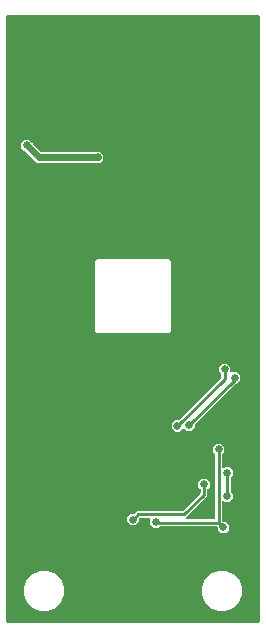
<source format=gbr>
G04 EAGLE Gerber RS-274X export*
G75*
%MOMM*%
%FSLAX34Y34*%
%LPD*%
%INBottom Copper*%
%IPPOS*%
%AMOC8*
5,1,8,0,0,1.08239X$1,22.5*%
G01*
%ADD10C,0.650000*%
%ADD11C,0.609600*%
%ADD12C,0.254000*%

G36*
X106086Y-277222D02*
X106086Y-277222D01*
X106205Y-277215D01*
X106243Y-277202D01*
X106284Y-277197D01*
X106394Y-277154D01*
X106507Y-277117D01*
X106542Y-277095D01*
X106579Y-277080D01*
X106675Y-277011D01*
X106776Y-276947D01*
X106804Y-276917D01*
X106837Y-276894D01*
X106913Y-276802D01*
X106994Y-276715D01*
X107014Y-276680D01*
X107039Y-276649D01*
X107090Y-276541D01*
X107148Y-276437D01*
X107158Y-276397D01*
X107175Y-276361D01*
X107197Y-276244D01*
X107227Y-276129D01*
X107231Y-276069D01*
X107235Y-276049D01*
X107233Y-276028D01*
X107237Y-275968D01*
X107237Y235968D01*
X107222Y236086D01*
X107215Y236205D01*
X107202Y236243D01*
X107197Y236284D01*
X107154Y236394D01*
X107117Y236507D01*
X107095Y236542D01*
X107080Y236579D01*
X107011Y236675D01*
X106947Y236776D01*
X106917Y236804D01*
X106894Y236837D01*
X106802Y236913D01*
X106715Y236994D01*
X106680Y237014D01*
X106649Y237039D01*
X106541Y237090D01*
X106437Y237148D01*
X106397Y237158D01*
X106361Y237175D01*
X106244Y237197D01*
X106129Y237227D01*
X106069Y237231D01*
X106049Y237235D01*
X106028Y237233D01*
X105968Y237237D01*
X-105968Y237237D01*
X-106086Y237222D01*
X-106205Y237215D01*
X-106243Y237202D01*
X-106284Y237197D01*
X-106394Y237154D01*
X-106507Y237117D01*
X-106542Y237095D01*
X-106579Y237080D01*
X-106675Y237011D01*
X-106776Y236947D01*
X-106804Y236917D01*
X-106837Y236894D01*
X-106913Y236802D01*
X-106994Y236715D01*
X-107014Y236680D01*
X-107039Y236649D01*
X-107090Y236541D01*
X-107148Y236437D01*
X-107158Y236397D01*
X-107175Y236361D01*
X-107197Y236244D01*
X-107227Y236129D01*
X-107231Y236069D01*
X-107235Y236049D01*
X-107233Y236028D01*
X-107237Y235968D01*
X-107237Y-275968D01*
X-107222Y-276086D01*
X-107215Y-276205D01*
X-107202Y-276243D01*
X-107197Y-276284D01*
X-107154Y-276394D01*
X-107117Y-276507D01*
X-107095Y-276542D01*
X-107080Y-276579D01*
X-107011Y-276675D01*
X-106947Y-276776D01*
X-106917Y-276804D01*
X-106894Y-276837D01*
X-106802Y-276913D01*
X-106715Y-276994D01*
X-106680Y-277014D01*
X-106649Y-277039D01*
X-106541Y-277090D01*
X-106437Y-277148D01*
X-106397Y-277158D01*
X-106361Y-277175D01*
X-106244Y-277197D01*
X-106129Y-277227D01*
X-106069Y-277231D01*
X-106049Y-277235D01*
X-106028Y-277233D01*
X-105968Y-277237D01*
X105968Y-277237D01*
X106086Y-277222D01*
G37*
%LPC*%
G36*
X-30302Y-31846D02*
X-30302Y-31846D01*
X-31846Y-30302D01*
X-31846Y29032D01*
X-30302Y30576D01*
X30302Y30576D01*
X31846Y29032D01*
X31846Y-30302D01*
X30302Y-31846D01*
X-30302Y-31846D01*
G37*
%LPD*%
%LPC*%
G36*
X74522Y-201275D02*
X74522Y-201275D01*
X71725Y-198478D01*
X71725Y-196564D01*
X71710Y-196446D01*
X71703Y-196327D01*
X71690Y-196289D01*
X71685Y-196248D01*
X71642Y-196138D01*
X71605Y-196025D01*
X71583Y-195990D01*
X71568Y-195953D01*
X71499Y-195857D01*
X71435Y-195756D01*
X71405Y-195728D01*
X71382Y-195695D01*
X71290Y-195619D01*
X71203Y-195538D01*
X71168Y-195518D01*
X71137Y-195493D01*
X71029Y-195442D01*
X70925Y-195384D01*
X70885Y-195374D01*
X70849Y-195357D01*
X70732Y-195335D01*
X70617Y-195305D01*
X70557Y-195301D01*
X70537Y-195297D01*
X70516Y-195299D01*
X70456Y-195295D01*
X23484Y-195295D01*
X23385Y-195307D01*
X23286Y-195310D01*
X23228Y-195327D01*
X23168Y-195335D01*
X23076Y-195371D01*
X22981Y-195399D01*
X22929Y-195429D01*
X22872Y-195452D01*
X22792Y-195510D01*
X22707Y-195560D01*
X22631Y-195626D01*
X22615Y-195638D01*
X22607Y-195648D01*
X22586Y-195666D01*
X21478Y-196775D01*
X17522Y-196775D01*
X14725Y-193978D01*
X14725Y-189544D01*
X14710Y-189426D01*
X14703Y-189307D01*
X14690Y-189269D01*
X14685Y-189228D01*
X14642Y-189118D01*
X14605Y-189005D01*
X14583Y-188970D01*
X14568Y-188933D01*
X14499Y-188837D01*
X14435Y-188736D01*
X14405Y-188708D01*
X14382Y-188675D01*
X14290Y-188599D01*
X14203Y-188518D01*
X14168Y-188498D01*
X14137Y-188473D01*
X14029Y-188422D01*
X13925Y-188364D01*
X13885Y-188354D01*
X13849Y-188337D01*
X13732Y-188315D01*
X13617Y-188285D01*
X13557Y-188281D01*
X13537Y-188277D01*
X13516Y-188279D01*
X13456Y-188275D01*
X6203Y-188275D01*
X6105Y-188287D01*
X6006Y-188290D01*
X5948Y-188307D01*
X5888Y-188315D01*
X5796Y-188351D01*
X5701Y-188379D01*
X5648Y-188409D01*
X5592Y-188432D01*
X5512Y-188490D01*
X5427Y-188540D01*
X5351Y-188606D01*
X5335Y-188618D01*
X5327Y-188628D01*
X5306Y-188646D01*
X5146Y-188806D01*
X5086Y-188884D01*
X5018Y-188956D01*
X4989Y-189009D01*
X4952Y-189057D01*
X4912Y-189148D01*
X4864Y-189235D01*
X4849Y-189293D01*
X4825Y-189349D01*
X4810Y-189447D01*
X4785Y-189543D01*
X4779Y-189643D01*
X4775Y-189663D01*
X4777Y-189675D01*
X4775Y-189703D01*
X4775Y-191978D01*
X1978Y-194775D01*
X-1978Y-194775D01*
X-4775Y-191978D01*
X-4775Y-188022D01*
X-1978Y-185225D01*
X297Y-185225D01*
X395Y-185213D01*
X494Y-185210D01*
X552Y-185193D01*
X612Y-185185D01*
X704Y-185149D01*
X799Y-185121D01*
X852Y-185091D01*
X908Y-185068D01*
X988Y-185010D01*
X1073Y-184960D01*
X1149Y-184894D01*
X1165Y-184882D01*
X1173Y-184872D01*
X1194Y-184854D01*
X3362Y-182685D01*
X41837Y-182685D01*
X41935Y-182673D01*
X42034Y-182670D01*
X42092Y-182653D01*
X42152Y-182645D01*
X42244Y-182609D01*
X42339Y-182581D01*
X42392Y-182551D01*
X42448Y-182528D01*
X42528Y-182470D01*
X42613Y-182420D01*
X42689Y-182354D01*
X42705Y-182342D01*
X42713Y-182332D01*
X42734Y-182314D01*
X56834Y-168214D01*
X56894Y-168136D01*
X56962Y-168064D01*
X56991Y-168011D01*
X57028Y-167963D01*
X57068Y-167872D01*
X57116Y-167785D01*
X57131Y-167727D01*
X57155Y-167671D01*
X57170Y-167573D01*
X57195Y-167477D01*
X57201Y-167377D01*
X57205Y-167357D01*
X57203Y-167345D01*
X57205Y-167317D01*
X57205Y-164484D01*
X57193Y-164385D01*
X57190Y-164286D01*
X57173Y-164228D01*
X57165Y-164168D01*
X57129Y-164076D01*
X57101Y-163981D01*
X57071Y-163929D01*
X57048Y-163872D01*
X56990Y-163792D01*
X56940Y-163707D01*
X56874Y-163631D01*
X56862Y-163615D01*
X56852Y-163607D01*
X56834Y-163586D01*
X55225Y-161978D01*
X55225Y-158022D01*
X58022Y-155225D01*
X61978Y-155225D01*
X64775Y-158022D01*
X64775Y-161978D01*
X63166Y-163586D01*
X63106Y-163664D01*
X63038Y-163736D01*
X63009Y-163789D01*
X62972Y-163837D01*
X62932Y-163928D01*
X62884Y-164015D01*
X62869Y-164073D01*
X62845Y-164129D01*
X62830Y-164227D01*
X62805Y-164323D01*
X62799Y-164423D01*
X62795Y-164443D01*
X62797Y-164456D01*
X62795Y-164484D01*
X62795Y-170158D01*
X45414Y-187539D01*
X45329Y-187648D01*
X45240Y-187755D01*
X45231Y-187774D01*
X45219Y-187790D01*
X45163Y-187918D01*
X45104Y-188043D01*
X45101Y-188063D01*
X45093Y-188082D01*
X45071Y-188220D01*
X45045Y-188356D01*
X45046Y-188376D01*
X45043Y-188396D01*
X45056Y-188535D01*
X45064Y-188673D01*
X45071Y-188692D01*
X45072Y-188712D01*
X45120Y-188844D01*
X45162Y-188975D01*
X45173Y-188993D01*
X45180Y-189012D01*
X45258Y-189127D01*
X45333Y-189244D01*
X45347Y-189258D01*
X45359Y-189275D01*
X45463Y-189367D01*
X45564Y-189462D01*
X45582Y-189472D01*
X45597Y-189485D01*
X45721Y-189549D01*
X45843Y-189616D01*
X45862Y-189621D01*
X45880Y-189630D01*
X46016Y-189660D01*
X46151Y-189695D01*
X46179Y-189697D01*
X46191Y-189700D01*
X46211Y-189699D01*
X46311Y-189705D01*
X68436Y-189705D01*
X68554Y-189690D01*
X68673Y-189683D01*
X68711Y-189670D01*
X68752Y-189665D01*
X68862Y-189622D01*
X68975Y-189585D01*
X69010Y-189563D01*
X69047Y-189548D01*
X69143Y-189479D01*
X69244Y-189415D01*
X69272Y-189385D01*
X69305Y-189362D01*
X69381Y-189270D01*
X69462Y-189183D01*
X69482Y-189148D01*
X69507Y-189117D01*
X69558Y-189009D01*
X69616Y-188905D01*
X69626Y-188865D01*
X69643Y-188829D01*
X69665Y-188712D01*
X69695Y-188597D01*
X69699Y-188537D01*
X69703Y-188517D01*
X69701Y-188496D01*
X69705Y-188436D01*
X69705Y-134984D01*
X69693Y-134885D01*
X69690Y-134786D01*
X69673Y-134728D01*
X69665Y-134668D01*
X69629Y-134576D01*
X69601Y-134481D01*
X69571Y-134429D01*
X69548Y-134372D01*
X69490Y-134292D01*
X69440Y-134207D01*
X69374Y-134131D01*
X69362Y-134115D01*
X69352Y-134107D01*
X69334Y-134086D01*
X67725Y-132478D01*
X67725Y-128522D01*
X70522Y-125725D01*
X74478Y-125725D01*
X77275Y-128522D01*
X77275Y-132478D01*
X75666Y-134086D01*
X75606Y-134164D01*
X75538Y-134236D01*
X75509Y-134289D01*
X75472Y-134337D01*
X75432Y-134428D01*
X75384Y-134515D01*
X75369Y-134573D01*
X75345Y-134629D01*
X75330Y-134727D01*
X75305Y-134823D01*
X75299Y-134923D01*
X75295Y-134943D01*
X75297Y-134956D01*
X75295Y-134984D01*
X75295Y-144889D01*
X75312Y-145027D01*
X75325Y-145165D01*
X75332Y-145184D01*
X75335Y-145204D01*
X75386Y-145333D01*
X75433Y-145464D01*
X75444Y-145481D01*
X75452Y-145500D01*
X75533Y-145612D01*
X75611Y-145727D01*
X75627Y-145741D01*
X75638Y-145757D01*
X75746Y-145846D01*
X75850Y-145938D01*
X75868Y-145947D01*
X75883Y-145960D01*
X76009Y-146019D01*
X76133Y-146082D01*
X76153Y-146087D01*
X76171Y-146095D01*
X76308Y-146122D01*
X76443Y-146152D01*
X76464Y-146151D01*
X76483Y-146155D01*
X76622Y-146147D01*
X76761Y-146142D01*
X76781Y-146137D01*
X76801Y-146135D01*
X76933Y-146093D01*
X77067Y-146054D01*
X77084Y-146044D01*
X77103Y-146037D01*
X77221Y-145963D01*
X77341Y-145892D01*
X77362Y-145874D01*
X77372Y-145867D01*
X77386Y-145852D01*
X77461Y-145786D01*
X78022Y-145225D01*
X81978Y-145225D01*
X84775Y-148022D01*
X84775Y-151978D01*
X83166Y-153586D01*
X83106Y-153664D01*
X83038Y-153736D01*
X83009Y-153789D01*
X82972Y-153837D01*
X82932Y-153928D01*
X82884Y-154015D01*
X82869Y-154073D01*
X82845Y-154129D01*
X82830Y-154227D01*
X82805Y-154323D01*
X82799Y-154423D01*
X82795Y-154443D01*
X82797Y-154456D01*
X82795Y-154484D01*
X82795Y-165516D01*
X82807Y-165615D01*
X82810Y-165714D01*
X82827Y-165772D01*
X82835Y-165832D01*
X82871Y-165924D01*
X82899Y-166019D01*
X82929Y-166071D01*
X82952Y-166128D01*
X83010Y-166208D01*
X83060Y-166293D01*
X83126Y-166369D01*
X83138Y-166385D01*
X83148Y-166393D01*
X83166Y-166414D01*
X84775Y-168022D01*
X84775Y-171978D01*
X81978Y-174775D01*
X78022Y-174775D01*
X77461Y-174214D01*
X77352Y-174129D01*
X77245Y-174040D01*
X77226Y-174031D01*
X77210Y-174019D01*
X77082Y-173964D01*
X76957Y-173905D01*
X76937Y-173901D01*
X76918Y-173893D01*
X76780Y-173871D01*
X76644Y-173845D01*
X76624Y-173846D01*
X76604Y-173843D01*
X76465Y-173856D01*
X76327Y-173865D01*
X76308Y-173871D01*
X76288Y-173873D01*
X76156Y-173920D01*
X76025Y-173963D01*
X76007Y-173973D01*
X75988Y-173980D01*
X75873Y-174058D01*
X75756Y-174133D01*
X75742Y-174147D01*
X75725Y-174159D01*
X75633Y-174263D01*
X75538Y-174364D01*
X75528Y-174382D01*
X75515Y-174397D01*
X75452Y-174521D01*
X75384Y-174643D01*
X75379Y-174662D01*
X75370Y-174680D01*
X75340Y-174816D01*
X75305Y-174951D01*
X75303Y-174979D01*
X75300Y-174991D01*
X75301Y-175011D01*
X75295Y-175111D01*
X75295Y-190456D01*
X75310Y-190574D01*
X75317Y-190693D01*
X75330Y-190731D01*
X75335Y-190772D01*
X75378Y-190882D01*
X75415Y-190995D01*
X75437Y-191030D01*
X75452Y-191067D01*
X75521Y-191163D01*
X75585Y-191264D01*
X75615Y-191292D01*
X75638Y-191325D01*
X75730Y-191401D01*
X75817Y-191482D01*
X75852Y-191502D01*
X75883Y-191527D01*
X75991Y-191578D01*
X76095Y-191636D01*
X76135Y-191646D01*
X76171Y-191663D01*
X76288Y-191685D01*
X76403Y-191715D01*
X76463Y-191719D01*
X76483Y-191723D01*
X76504Y-191721D01*
X76564Y-191725D01*
X78478Y-191725D01*
X81275Y-194522D01*
X81275Y-198478D01*
X78478Y-201275D01*
X74522Y-201275D01*
G37*
%LPD*%
%LPC*%
G36*
X35522Y-115275D02*
X35522Y-115275D01*
X32725Y-112478D01*
X32725Y-108522D01*
X35522Y-105725D01*
X37797Y-105725D01*
X37895Y-105713D01*
X37994Y-105710D01*
X38052Y-105693D01*
X38112Y-105685D01*
X38204Y-105649D01*
X38299Y-105621D01*
X38352Y-105591D01*
X38408Y-105568D01*
X38488Y-105510D01*
X38573Y-105460D01*
X38649Y-105394D01*
X38665Y-105382D01*
X38673Y-105372D01*
X38694Y-105354D01*
X74334Y-69714D01*
X74394Y-69636D01*
X74462Y-69564D01*
X74491Y-69511D01*
X74528Y-69463D01*
X74568Y-69372D01*
X74616Y-69285D01*
X74631Y-69227D01*
X74655Y-69171D01*
X74670Y-69073D01*
X74695Y-68977D01*
X74701Y-68877D01*
X74705Y-68857D01*
X74703Y-68845D01*
X74705Y-68817D01*
X74705Y-66984D01*
X74693Y-66885D01*
X74690Y-66786D01*
X74673Y-66728D01*
X74665Y-66668D01*
X74629Y-66576D01*
X74601Y-66481D01*
X74571Y-66429D01*
X74548Y-66372D01*
X74490Y-66292D01*
X74440Y-66207D01*
X74374Y-66131D01*
X74362Y-66115D01*
X74352Y-66107D01*
X74334Y-66086D01*
X72725Y-64478D01*
X72725Y-60522D01*
X75522Y-57725D01*
X79478Y-57725D01*
X82275Y-60522D01*
X82275Y-63956D01*
X82290Y-64074D01*
X82297Y-64193D01*
X82310Y-64231D01*
X82315Y-64272D01*
X82358Y-64382D01*
X82395Y-64495D01*
X82417Y-64530D01*
X82432Y-64567D01*
X82501Y-64663D01*
X82565Y-64764D01*
X82595Y-64792D01*
X82618Y-64825D01*
X82710Y-64901D01*
X82797Y-64982D01*
X82832Y-65002D01*
X82863Y-65027D01*
X82971Y-65078D01*
X83075Y-65136D01*
X83115Y-65146D01*
X83151Y-65163D01*
X83268Y-65185D01*
X83383Y-65215D01*
X83443Y-65219D01*
X83463Y-65223D01*
X83484Y-65221D01*
X83544Y-65225D01*
X87978Y-65225D01*
X90775Y-68022D01*
X90775Y-71978D01*
X87978Y-74775D01*
X87203Y-74775D01*
X87105Y-74787D01*
X87006Y-74790D01*
X86948Y-74807D01*
X86888Y-74815D01*
X86796Y-74851D01*
X86701Y-74879D01*
X86648Y-74909D01*
X86592Y-74932D01*
X86512Y-74990D01*
X86427Y-75040D01*
X86351Y-75106D01*
X86335Y-75118D01*
X86327Y-75128D01*
X86306Y-75146D01*
X52646Y-108806D01*
X52586Y-108884D01*
X52518Y-108956D01*
X52496Y-108996D01*
X52480Y-109016D01*
X52474Y-109029D01*
X52452Y-109057D01*
X52412Y-109148D01*
X52364Y-109235D01*
X52350Y-109292D01*
X52344Y-109303D01*
X52344Y-109307D01*
X52325Y-109349D01*
X52310Y-109447D01*
X52285Y-109543D01*
X52279Y-109643D01*
X52275Y-109663D01*
X52277Y-109675D01*
X52275Y-109703D01*
X52275Y-111978D01*
X49478Y-114775D01*
X45522Y-114775D01*
X43648Y-112900D01*
X43553Y-112827D01*
X43464Y-112748D01*
X43428Y-112730D01*
X43396Y-112705D01*
X43287Y-112658D01*
X43181Y-112604D01*
X43142Y-112595D01*
X43104Y-112579D01*
X42987Y-112560D01*
X42871Y-112534D01*
X42830Y-112535D01*
X42790Y-112529D01*
X42672Y-112540D01*
X42553Y-112544D01*
X42514Y-112555D01*
X42474Y-112559D01*
X42361Y-112599D01*
X42247Y-112632D01*
X42213Y-112653D01*
X42174Y-112666D01*
X42076Y-112733D01*
X41973Y-112794D01*
X41928Y-112833D01*
X41911Y-112845D01*
X41898Y-112860D01*
X41853Y-112900D01*
X39478Y-115275D01*
X35522Y-115275D01*
G37*
%LPD*%
%LPC*%
G36*
X71618Y-267001D02*
X71618Y-267001D01*
X65370Y-264413D01*
X60587Y-259630D01*
X57999Y-253382D01*
X57999Y-246618D01*
X60587Y-240370D01*
X65370Y-235587D01*
X71618Y-232999D01*
X78382Y-232999D01*
X84630Y-235587D01*
X89413Y-240370D01*
X92001Y-246618D01*
X92001Y-253382D01*
X89413Y-259630D01*
X84630Y-264413D01*
X78382Y-267001D01*
X71618Y-267001D01*
G37*
%LPD*%
%LPC*%
G36*
X-78382Y-267001D02*
X-78382Y-267001D01*
X-84630Y-264413D01*
X-89413Y-259630D01*
X-92001Y-253382D01*
X-92001Y-246618D01*
X-89413Y-240370D01*
X-84630Y-235587D01*
X-78382Y-232999D01*
X-71618Y-232999D01*
X-65370Y-235587D01*
X-60587Y-240370D01*
X-57999Y-246618D01*
X-57999Y-253382D01*
X-60587Y-259630D01*
X-65370Y-264413D01*
X-71618Y-267001D01*
X-78382Y-267001D01*
G37*
%LPD*%
%LPC*%
G36*
X-32027Y112225D02*
X-32027Y112225D01*
X-32059Y112250D01*
X-32150Y112290D01*
X-32237Y112338D01*
X-32295Y112353D01*
X-32351Y112377D01*
X-32449Y112392D01*
X-32545Y112417D01*
X-32645Y112423D01*
X-32665Y112427D01*
X-32678Y112425D01*
X-32706Y112427D01*
X-81894Y112427D01*
X-91320Y121854D01*
X-91399Y121914D01*
X-91471Y121982D01*
X-91524Y122011D01*
X-91572Y122048D01*
X-91663Y122088D01*
X-91749Y122136D01*
X-91808Y122151D01*
X-91863Y122175D01*
X-91939Y122187D01*
X-94775Y125022D01*
X-94775Y128978D01*
X-91978Y131775D01*
X-88022Y131775D01*
X-85191Y128943D01*
X-85185Y128902D01*
X-85149Y128810D01*
X-85121Y128715D01*
X-85091Y128663D01*
X-85068Y128607D01*
X-85010Y128527D01*
X-84960Y128441D01*
X-84894Y128366D01*
X-84882Y128349D01*
X-84872Y128341D01*
X-84854Y128320D01*
X-78478Y121944D01*
X-78399Y121884D01*
X-78327Y121816D01*
X-78274Y121787D01*
X-78226Y121750D01*
X-78135Y121710D01*
X-78049Y121662D01*
X-77990Y121647D01*
X-77935Y121623D01*
X-77837Y121608D01*
X-77741Y121583D01*
X-77641Y121577D01*
X-77620Y121573D01*
X-77608Y121575D01*
X-77580Y121573D01*
X-32706Y121573D01*
X-32607Y121585D01*
X-32508Y121588D01*
X-32450Y121605D01*
X-32390Y121613D01*
X-32298Y121649D01*
X-32203Y121677D01*
X-32151Y121707D01*
X-32094Y121730D01*
X-32032Y121775D01*
X-28022Y121775D01*
X-25225Y118978D01*
X-25225Y115022D01*
X-28022Y112225D01*
X-32027Y112225D01*
G37*
%LPD*%
D10*
X85000Y157500D03*
X-90000Y155000D03*
X60000Y140000D03*
X-56000Y-176000D03*
X-16250Y-73750D03*
X-51000Y31000D03*
X-22000Y-261000D03*
X97000Y-222000D03*
X34000Y-268000D03*
X41000Y-37000D03*
X-90000Y127000D03*
X-30000Y117000D03*
D11*
X-80000Y117000D02*
X-90000Y127000D01*
X-80000Y117000D02*
X-30000Y117000D01*
D10*
X80000Y-170000D03*
X80000Y-150000D03*
D12*
X80000Y-170000D01*
D10*
X60000Y-160000D03*
X0Y-190000D03*
D12*
X4520Y-185480D01*
X60000Y-169000D02*
X60000Y-160000D01*
X43520Y-185480D02*
X4520Y-185480D01*
X43520Y-185480D02*
X60000Y-169000D01*
D10*
X72500Y-130500D03*
D12*
X19500Y-192000D02*
X20000Y-192500D01*
D10*
X19500Y-192000D03*
D12*
X20000Y-192500D02*
X72500Y-192500D01*
X76500Y-196500D01*
D10*
X76500Y-196500D03*
D12*
X72500Y-192500D02*
X72500Y-130500D01*
D10*
X86000Y-70000D03*
D12*
X86000Y-71500D01*
X47500Y-110000D01*
D10*
X47500Y-110000D03*
X37500Y-110500D03*
X77500Y-62500D03*
D12*
X77500Y-70500D02*
X37500Y-110500D01*
X77500Y-70500D02*
X77500Y-62500D01*
M02*

</source>
